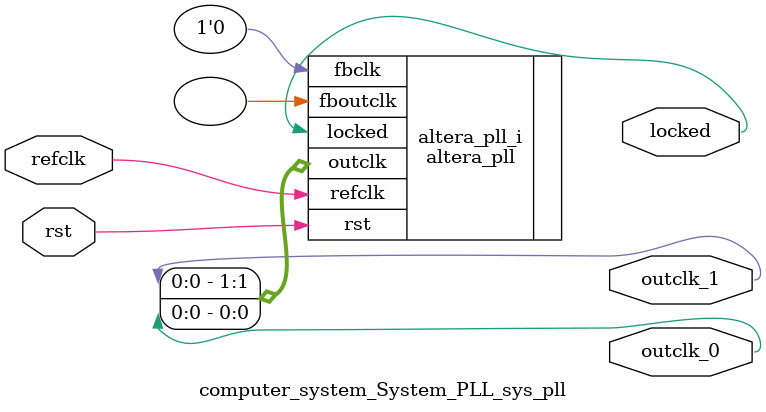
<source format=v>
`timescale 1ns/10ps
module  computer_system_System_PLL_sys_pll(

	// interface 'refclk'
	input wire refclk,

	// interface 'reset'
	input wire rst,

	// interface 'outclk0'
	output wire outclk_0,

	// interface 'outclk1'
	output wire outclk_1,

	// interface 'locked'
	output wire locked
);

	altera_pll #(
		.fractional_vco_multiplier("false"),
		.reference_clock_frequency("50.0 MHz"),
		.operation_mode("direct"),
		.number_of_clocks(2),
		.output_clock_frequency0("100.000000 MHz"),
		.phase_shift0("0 ps"),
		.duty_cycle0(50),
		.output_clock_frequency1("100.000000 MHz"),
		.phase_shift1("-3000 ps"),
		.duty_cycle1(50),
		.output_clock_frequency2("0 MHz"),
		.phase_shift2("0 ps"),
		.duty_cycle2(50),
		.output_clock_frequency3("0 MHz"),
		.phase_shift3("0 ps"),
		.duty_cycle3(50),
		.output_clock_frequency4("0 MHz"),
		.phase_shift4("0 ps"),
		.duty_cycle4(50),
		.output_clock_frequency5("0 MHz"),
		.phase_shift5("0 ps"),
		.duty_cycle5(50),
		.output_clock_frequency6("0 MHz"),
		.phase_shift6("0 ps"),
		.duty_cycle6(50),
		.output_clock_frequency7("0 MHz"),
		.phase_shift7("0 ps"),
		.duty_cycle7(50),
		.output_clock_frequency8("0 MHz"),
		.phase_shift8("0 ps"),
		.duty_cycle8(50),
		.output_clock_frequency9("0 MHz"),
		.phase_shift9("0 ps"),
		.duty_cycle9(50),
		.output_clock_frequency10("0 MHz"),
		.phase_shift10("0 ps"),
		.duty_cycle10(50),
		.output_clock_frequency11("0 MHz"),
		.phase_shift11("0 ps"),
		.duty_cycle11(50),
		.output_clock_frequency12("0 MHz"),
		.phase_shift12("0 ps"),
		.duty_cycle12(50),
		.output_clock_frequency13("0 MHz"),
		.phase_shift13("0 ps"),
		.duty_cycle13(50),
		.output_clock_frequency14("0 MHz"),
		.phase_shift14("0 ps"),
		.duty_cycle14(50),
		.output_clock_frequency15("0 MHz"),
		.phase_shift15("0 ps"),
		.duty_cycle15(50),
		.output_clock_frequency16("0 MHz"),
		.phase_shift16("0 ps"),
		.duty_cycle16(50),
		.output_clock_frequency17("0 MHz"),
		.phase_shift17("0 ps"),
		.duty_cycle17(50),
		.pll_type("General"),
		.pll_subtype("General")
	) altera_pll_i (
		.rst	(rst),
		.outclk	({outclk_1, outclk_0}),
		.locked	(locked),
		.fboutclk	( ),
		.fbclk	(1'b0),
		.refclk	(refclk)
	);
endmodule


</source>
